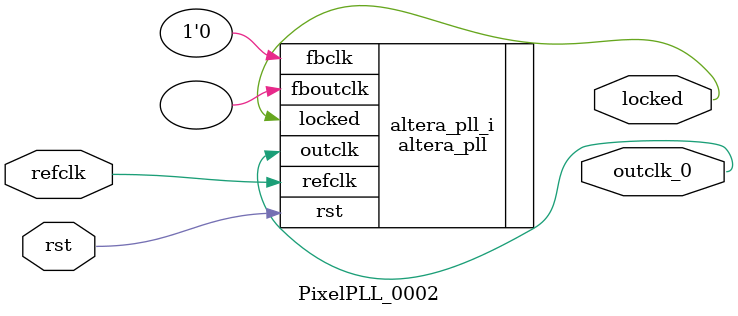
<source format=v>
`timescale 1ns/10ps
module  PixelPLL_0002(

	// interface 'refclk'
	input wire refclk,

	// interface 'reset'
	input wire rst,

	// interface 'outclk0'
	output wire outclk_0,

	// interface 'locked'
	output wire locked
);

	altera_pll #(
		.fractional_vco_multiplier("false"),
		.reference_clock_frequency("50.0 MHz"),
		.operation_mode("direct"),
		.number_of_clocks(1),
		.output_clock_frequency0("40.000000 MHz"),
		.phase_shift0("0 ps"),
		.duty_cycle0(50),
		.output_clock_frequency1("0 MHz"),
		.phase_shift1("0 ps"),
		.duty_cycle1(50),
		.output_clock_frequency2("0 MHz"),
		.phase_shift2("0 ps"),
		.duty_cycle2(50),
		.output_clock_frequency3("0 MHz"),
		.phase_shift3("0 ps"),
		.duty_cycle3(50),
		.output_clock_frequency4("0 MHz"),
		.phase_shift4("0 ps"),
		.duty_cycle4(50),
		.output_clock_frequency5("0 MHz"),
		.phase_shift5("0 ps"),
		.duty_cycle5(50),
		.output_clock_frequency6("0 MHz"),
		.phase_shift6("0 ps"),
		.duty_cycle6(50),
		.output_clock_frequency7("0 MHz"),
		.phase_shift7("0 ps"),
		.duty_cycle7(50),
		.output_clock_frequency8("0 MHz"),
		.phase_shift8("0 ps"),
		.duty_cycle8(50),
		.output_clock_frequency9("0 MHz"),
		.phase_shift9("0 ps"),
		.duty_cycle9(50),
		.output_clock_frequency10("0 MHz"),
		.phase_shift10("0 ps"),
		.duty_cycle10(50),
		.output_clock_frequency11("0 MHz"),
		.phase_shift11("0 ps"),
		.duty_cycle11(50),
		.output_clock_frequency12("0 MHz"),
		.phase_shift12("0 ps"),
		.duty_cycle12(50),
		.output_clock_frequency13("0 MHz"),
		.phase_shift13("0 ps"),
		.duty_cycle13(50),
		.output_clock_frequency14("0 MHz"),
		.phase_shift14("0 ps"),
		.duty_cycle14(50),
		.output_clock_frequency15("0 MHz"),
		.phase_shift15("0 ps"),
		.duty_cycle15(50),
		.output_clock_frequency16("0 MHz"),
		.phase_shift16("0 ps"),
		.duty_cycle16(50),
		.output_clock_frequency17("0 MHz"),
		.phase_shift17("0 ps"),
		.duty_cycle17(50),
		.pll_type("General"),
		.pll_subtype("General")
	) altera_pll_i (
		.rst	(rst),
		.outclk	({outclk_0}),
		.locked	(locked),
		.fboutclk	( ),
		.fbclk	(1'b0),
		.refclk	(refclk)
	);
endmodule


</source>
